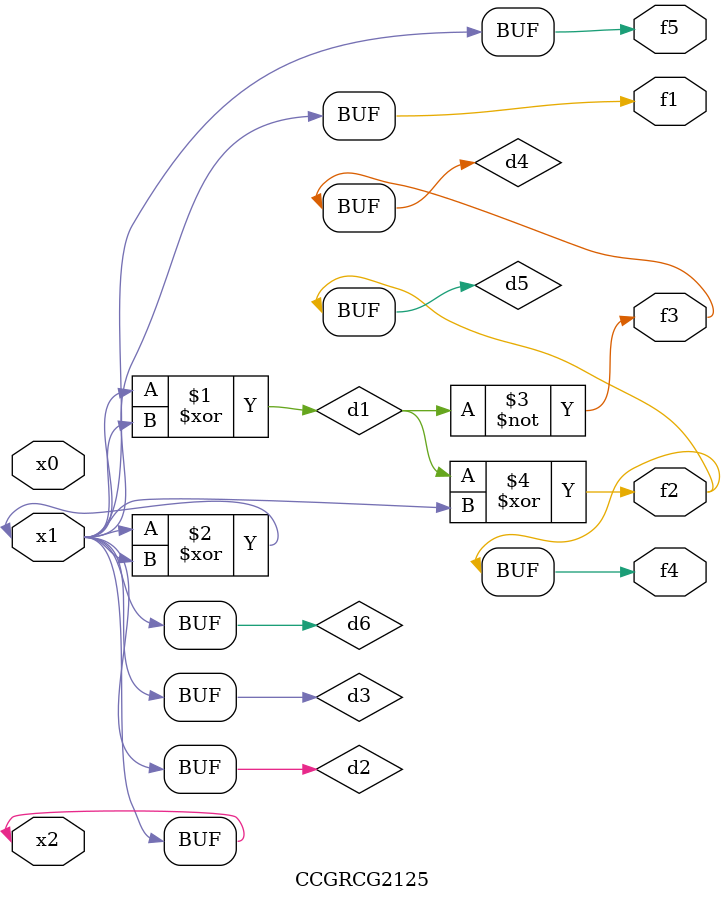
<source format=v>
module CCGRCG2125(
	input x0, x1, x2,
	output f1, f2, f3, f4, f5
);

	wire d1, d2, d3, d4, d5, d6;

	xor (d1, x1, x2);
	buf (d2, x1, x2);
	xor (d3, x1, x2);
	nor (d4, d1);
	xor (d5, d1, d2);
	buf (d6, d2, d3);
	assign f1 = d6;
	assign f2 = d5;
	assign f3 = d4;
	assign f4 = d5;
	assign f5 = d6;
endmodule

</source>
